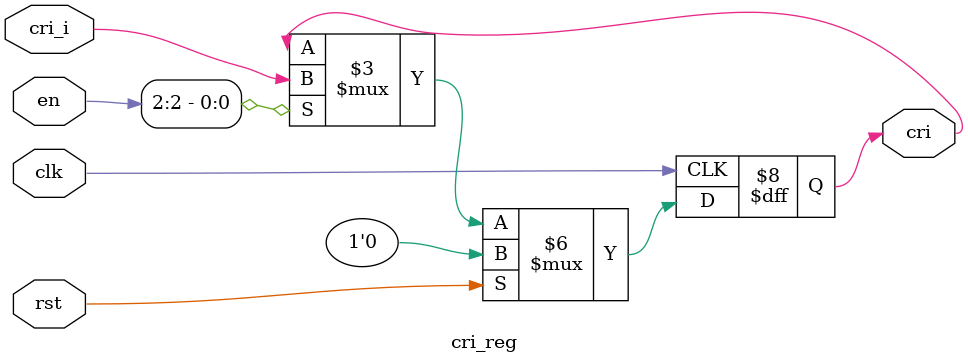
<source format=v>
module cri_reg

(
    input       clk,
    input       rst,
    input       cri_i,
    input [3:0] en,
    output reg  cri  
);

always @(posedge clk)
    begin
        if(rst)
        cri <= 0;
        else if (en[2])
        cri <= cri_i;
        else
        cri <= cri;    
    end


endmodule

</source>
